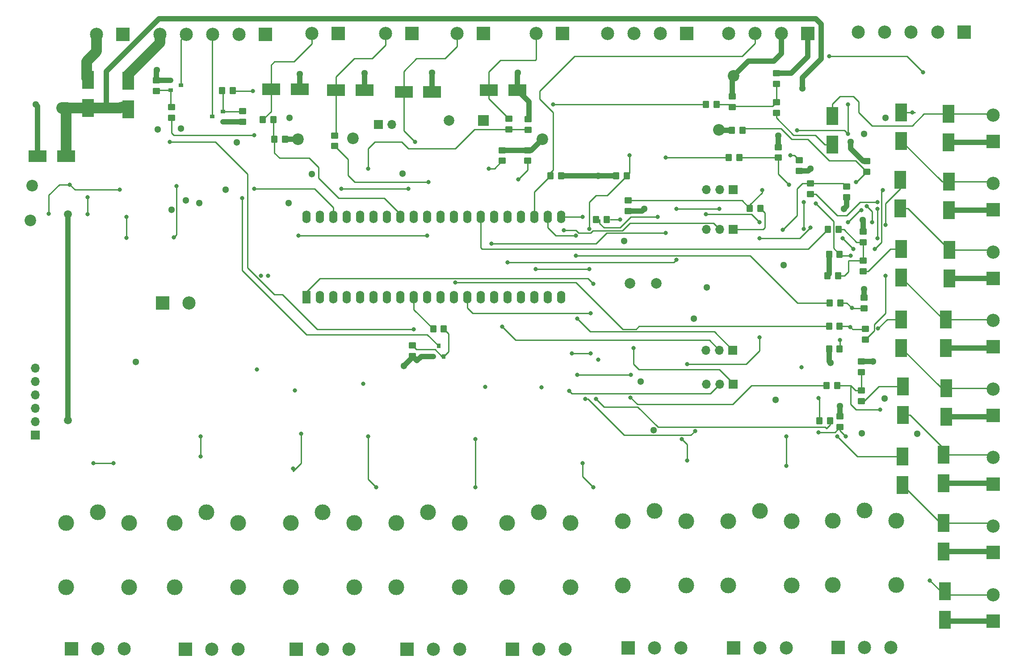
<source format=gbl>
%TF.GenerationSoftware,KiCad,Pcbnew,(6.0.0)*%
%TF.CreationDate,2022-03-03T21:09:28+01:00*%
%TF.ProjectId,automate,6175746f-6d61-4746-952e-6b696361645f,rev?*%
%TF.SameCoordinates,Original*%
%TF.FileFunction,Copper,L4,Bot*%
%TF.FilePolarity,Positive*%
%FSLAX46Y46*%
G04 Gerber Fmt 4.6, Leading zero omitted, Abs format (unit mm)*
G04 Created by KiCad (PCBNEW (6.0.0)) date 2022-03-03 21:09:28*
%MOMM*%
%LPD*%
G01*
G04 APERTURE LIST*
G04 Aperture macros list*
%AMRoundRect*
0 Rectangle with rounded corners*
0 $1 Rounding radius*
0 $2 $3 $4 $5 $6 $7 $8 $9 X,Y pos of 4 corners*
0 Add a 4 corners polygon primitive as box body*
4,1,4,$2,$3,$4,$5,$6,$7,$8,$9,$2,$3,0*
0 Add four circle primitives for the rounded corners*
1,1,$1+$1,$2,$3*
1,1,$1+$1,$4,$5*
1,1,$1+$1,$6,$7*
1,1,$1+$1,$8,$9*
0 Add four rect primitives between the rounded corners*
20,1,$1+$1,$2,$3,$4,$5,0*
20,1,$1+$1,$4,$5,$6,$7,0*
20,1,$1+$1,$6,$7,$8,$9,0*
20,1,$1+$1,$8,$9,$2,$3,0*%
G04 Aperture macros list end*
%TA.AperFunction,ComponentPad*%
%ADD10R,2.500000X2.500000*%
%TD*%
%TA.AperFunction,ComponentPad*%
%ADD11C,2.500000*%
%TD*%
%TA.AperFunction,ComponentPad*%
%ADD12O,1.600000X2.400000*%
%TD*%
%TA.AperFunction,ComponentPad*%
%ADD13R,1.600000X2.400000*%
%TD*%
%TA.AperFunction,ComponentPad*%
%ADD14C,3.000000*%
%TD*%
%TA.AperFunction,ComponentPad*%
%ADD15R,1.700000X1.700000*%
%TD*%
%TA.AperFunction,ComponentPad*%
%ADD16O,1.700000X1.700000*%
%TD*%
%TA.AperFunction,ComponentPad*%
%ADD17C,2.000000*%
%TD*%
%TA.AperFunction,ComponentPad*%
%ADD18R,2.000000X2.000000*%
%TD*%
%TA.AperFunction,SMDPad,CuDef*%
%ADD19RoundRect,0.249999X0.450001X-0.350001X0.450001X0.350001X-0.450001X0.350001X-0.450001X-0.350001X0*%
%TD*%
%TA.AperFunction,SMDPad,CuDef*%
%ADD20R,3.500000X2.300000*%
%TD*%
%TA.AperFunction,SMDPad,CuDef*%
%ADD21R,2.300000X3.500000*%
%TD*%
%TA.AperFunction,SMDPad,CuDef*%
%ADD22RoundRect,0.249999X-0.450001X0.350001X-0.450001X-0.350001X0.450001X-0.350001X0.450001X0.350001X0*%
%TD*%
%TA.AperFunction,SMDPad,CuDef*%
%ADD23RoundRect,0.249999X0.350001X0.450001X-0.350001X0.450001X-0.350001X-0.450001X0.350001X-0.450001X0*%
%TD*%
%TA.AperFunction,SMDPad,CuDef*%
%ADD24RoundRect,0.249999X-0.350001X-0.450001X0.350001X-0.450001X0.350001X0.450001X-0.350001X0.450001X0*%
%TD*%
%TA.AperFunction,SMDPad,CuDef*%
%ADD25R,0.900000X0.800000*%
%TD*%
%TA.AperFunction,SMDPad,CuDef*%
%ADD26R,0.800000X0.900000*%
%TD*%
%TA.AperFunction,SMDPad,CuDef*%
%ADD27RoundRect,0.250000X-0.350000X-0.450000X0.350000X-0.450000X0.350000X0.450000X-0.350000X0.450000X0*%
%TD*%
%TA.AperFunction,SMDPad,CuDef*%
%ADD28RoundRect,0.250000X0.350000X0.450000X-0.350000X0.450000X-0.350000X-0.450000X0.350000X-0.450000X0*%
%TD*%
%TA.AperFunction,ViaPad*%
%ADD29C,1.300000*%
%TD*%
%TA.AperFunction,ViaPad*%
%ADD30C,0.800000*%
%TD*%
%TA.AperFunction,ViaPad*%
%ADD31C,2.200000*%
%TD*%
%TA.AperFunction,ViaPad*%
%ADD32C,1.500000*%
%TD*%
%TA.AperFunction,Conductor*%
%ADD33C,0.250000*%
%TD*%
%TA.AperFunction,Conductor*%
%ADD34C,1.000000*%
%TD*%
%TA.AperFunction,Conductor*%
%ADD35C,2.000000*%
%TD*%
G04 APERTURE END LIST*
D10*
%TO.P,J1,1,Pin_1*%
%TO.N,GND*%
X70418400Y-43080800D03*
D11*
%TO.P,J1,2,Pin_2*%
%TO.N,Net-(D1-Pad1)*%
X65418400Y-43080800D03*
%TD*%
D10*
%TO.P,J3,1,Pin_1*%
%TO.N,GND*%
X200200000Y-42900000D03*
D11*
%TO.P,J3,2,Pin_2*%
%TO.N,VCC*%
X195200000Y-42900000D03*
%TO.P,J3,3,Pin_3*%
%TO.N,Net-(J3-Pad3)*%
X190200000Y-42900000D03*
%TO.P,J3,4,Pin_4*%
%TO.N,Net-(J3-Pad4)*%
X185200000Y-42900000D03*
%TD*%
D10*
%TO.P,J4,1,Pin_1*%
%TO.N,GND*%
X177200000Y-42900000D03*
D11*
%TO.P,J4,2,Pin_2*%
%TO.N,VCC*%
X172200000Y-42900000D03*
%TO.P,J4,3,Pin_3*%
%TO.N,Net-(J4-Pad3)*%
X167200000Y-42900000D03*
%TO.P,J4,4,Pin_4*%
%TO.N,Net-(J4-Pad4)*%
X162200000Y-42900000D03*
%TD*%
D10*
%TO.P,J5,1,Pin_1*%
%TO.N,Net-(J5-Pad1)*%
X60600000Y-159700000D03*
D11*
%TO.P,J5,2,Pin_2*%
%TO.N,Net-(J5-Pad2)*%
X65600000Y-159700000D03*
%TO.P,J5,3,Pin_3*%
%TO.N,Net-(J5-Pad3)*%
X70600000Y-159700000D03*
%TD*%
D10*
%TO.P,J6,1,Pin_1*%
%TO.N,Net-(J6-Pad1)*%
X82200000Y-159800000D03*
D11*
%TO.P,J6,2,Pin_2*%
%TO.N,Net-(J6-Pad2)*%
X87200000Y-159800000D03*
%TO.P,J6,3,Pin_3*%
%TO.N,Net-(J6-Pad3)*%
X92200000Y-159800000D03*
%TD*%
D10*
%TO.P,J7,1,Pin_1*%
%TO.N,Net-(J7-Pad1)*%
X103200000Y-159800000D03*
D11*
%TO.P,J7,2,Pin_2*%
%TO.N,Net-(J7-Pad2)*%
X108200000Y-159800000D03*
%TO.P,J7,3,Pin_3*%
%TO.N,Net-(J7-Pad3)*%
X113200000Y-159800000D03*
%TD*%
D10*
%TO.P,J8,1,Pin_1*%
%TO.N,Net-(J8-Pad1)*%
X124200000Y-159800000D03*
D11*
%TO.P,J8,2,Pin_2*%
%TO.N,Net-(J8-Pad2)*%
X129200000Y-159800000D03*
%TO.P,J8,3,Pin_3*%
%TO.N,Net-(J8-Pad3)*%
X134200000Y-159800000D03*
%TD*%
D10*
%TO.P,J9,1,Pin_1*%
%TO.N,Net-(J9-Pad1)*%
X144200000Y-159800000D03*
D11*
%TO.P,J9,2,Pin_2*%
%TO.N,Net-(J9-Pad2)*%
X149200000Y-159800000D03*
%TO.P,J9,3,Pin_3*%
%TO.N,Net-(J9-Pad3)*%
X154200000Y-159800000D03*
%TD*%
D10*
%TO.P,J10,1,Pin_1*%
%TO.N,Net-(J10-Pad1)*%
X166100000Y-159500000D03*
D11*
%TO.P,J10,2,Pin_2*%
%TO.N,Net-(J10-Pad2)*%
X171100000Y-159500000D03*
%TO.P,J10,3,Pin_3*%
%TO.N,Net-(J10-Pad3)*%
X176100000Y-159500000D03*
%TD*%
D10*
%TO.P,J11,1,Pin_1*%
%TO.N,Net-(J11-Pad1)*%
X186100000Y-159500000D03*
D11*
%TO.P,J11,2,Pin_2*%
%TO.N,Net-(J11-Pad2)*%
X191100000Y-159500000D03*
%TO.P,J11,3,Pin_3*%
%TO.N,Net-(J11-Pad3)*%
X196100000Y-159500000D03*
%TD*%
D10*
%TO.P,J12,1,Pin_1*%
%TO.N,Net-(J12-Pad1)*%
X205900000Y-159400000D03*
D11*
%TO.P,J12,2,Pin_2*%
%TO.N,Net-(J12-Pad2)*%
X210900000Y-159400000D03*
%TO.P,J12,3,Pin_3*%
%TO.N,Net-(J12-Pad3)*%
X215900000Y-159400000D03*
%TD*%
D10*
%TO.P,J13,1,Pin_1*%
%TO.N,GND*%
X235300000Y-154400000D03*
D11*
%TO.P,J13,2,Pin_2*%
%TO.N,Net-(D23-Pad1)*%
X235300000Y-149400000D03*
%TD*%
D10*
%TO.P,J14,1,Pin_1*%
%TO.N,GND*%
X235300000Y-141400000D03*
D11*
%TO.P,J14,2,Pin_2*%
%TO.N,Net-(D24-Pad1)*%
X235300000Y-136400000D03*
%TD*%
D10*
%TO.P,J15,1,Pin_1*%
%TO.N,GND*%
X235300000Y-128400000D03*
D11*
%TO.P,J15,2,Pin_2*%
%TO.N,Net-(D25-Pad1)*%
X235300000Y-123400000D03*
%TD*%
D10*
%TO.P,J16,1,Pin_1*%
%TO.N,GND*%
X235300000Y-115400000D03*
D11*
%TO.P,J16,2,Pin_2*%
%TO.N,Net-(D26-Pad1)*%
X235300000Y-110400000D03*
%TD*%
D10*
%TO.P,J17,1,Pin_1*%
%TO.N,GND*%
X235300000Y-102400000D03*
D11*
%TO.P,J17,2,Pin_2*%
%TO.N,Net-(D31-Pad1)*%
X235300000Y-97400000D03*
%TD*%
D10*
%TO.P,J18,1,Pin_1*%
%TO.N,GND*%
X235300000Y-89400000D03*
D11*
%TO.P,J18,2,Pin_2*%
%TO.N,Net-(D32-Pad1)*%
X235300000Y-84400000D03*
%TD*%
D10*
%TO.P,J19,1,Pin_1*%
%TO.N,GND*%
X235300000Y-76400000D03*
D11*
%TO.P,J19,2,Pin_2*%
%TO.N,Net-(D33-Pad1)*%
X235300000Y-71400000D03*
%TD*%
D10*
%TO.P,J20,1,Pin_1*%
%TO.N,GND*%
X235300000Y-63400000D03*
D11*
%TO.P,J20,2,Pin_2*%
%TO.N,Net-(D34-Pad1)*%
X235300000Y-58400000D03*
%TD*%
D10*
%TO.P,J21,1,Pin_1*%
%TO.N,GND*%
X111190000Y-42950000D03*
D11*
%TO.P,J21,2,Pin_2*%
%TO.N,Net-(D39-Pad1)*%
X106190000Y-42950000D03*
%TD*%
D10*
%TO.P,J22,1,Pin_1*%
%TO.N,GND*%
X125190000Y-42950000D03*
D11*
%TO.P,J22,2,Pin_2*%
%TO.N,Net-(D40-Pad1)*%
X120190000Y-42950000D03*
%TD*%
D10*
%TO.P,J23,1,Pin_1*%
%TO.N,GND*%
X138690000Y-42950000D03*
D11*
%TO.P,J23,2,Pin_2*%
%TO.N,Net-(D41-Pad1)*%
X133690000Y-42950000D03*
%TD*%
D10*
%TO.P,J24,1,Pin_1*%
%TO.N,GND*%
X153690000Y-42950000D03*
D11*
%TO.P,J24,2,Pin_2*%
%TO.N,Net-(D42-Pad1)*%
X148690000Y-42950000D03*
%TD*%
D10*
%TO.P,J25,1,Pin_1*%
%TO.N,Net-(J25-Pad1)*%
X97418400Y-43080800D03*
D11*
%TO.P,J25,2,Pin_2*%
%TO.N,Net-(J25-Pad2)*%
X92418400Y-43080800D03*
%TO.P,J25,3,Pin_3*%
%TO.N,Net-(J25-Pad3)*%
X87418400Y-43080800D03*
%TO.P,J25,4,Pin_4*%
%TO.N,Net-(J25-Pad4)*%
X82418400Y-43080800D03*
%TO.P,J25,5,Pin_5*%
%TO.N,Net-(D13-Pad2)*%
X77418400Y-43080800D03*
%TD*%
D12*
%TO.P,U2,40,RB7/ICSPDAT/ICDDAT/SEG13*%
%TO.N,Net-(J2-Pad4)*%
X105175000Y-77760000D03*
%TO.P,U2,39,RB6/ICSPCLK/ICDCLK/SEG14*%
%TO.N,Net-(J2-Pad5)*%
X107715000Y-77760000D03*
%TO.P,U2,38,RB5/AN13/CPS5/CCP3/P3A/T1G/COM1*%
%TO.N,C1*%
X110255000Y-77760000D03*
%TO.P,U2,37,RB4/AN11/CPS4/COM0*%
%TO.N,Net-(R74-Pad2)*%
X112795000Y-77760000D03*
%TO.P,U2,36,RB3/AN9/C12IN2-/CPS3/CCP2/P2A/VLCD3*%
%TO.N,AN4*%
X115335000Y-77760000D03*
%TO.P,U2,35,RB2/AN8/CPS2/VLCD2*%
%TO.N,AN3*%
X117875000Y-77760000D03*
%TO.P,U2,34,RB1/AN10/C12IN3-/CPS1/VLCD1*%
%TO.N,AN2*%
X120415000Y-77760000D03*
%TO.P,U2,33,RB0/AN12/CPS0/SRI/INT/SEG0*%
%TO.N,AN1*%
X122955000Y-77760000D03*
%TO.P,U2,32,VDD*%
%TO.N,VCC*%
X125495000Y-77760000D03*
%TO.P,U2,31,VSS*%
%TO.N,GND*%
X128035000Y-77760000D03*
%TO.P,U2,30,SEG20/P1D/CPS15/RD7*%
%TO.N,IN8*%
X130575000Y-77760000D03*
%TO.P,U2,29,SEG19/P1C/CPS14/RD6*%
%TO.N,IN7*%
X133115000Y-77760000D03*
%TO.P,U2,28,SEG18/P1B/CPS13/RD5*%
%TO.N,IN6*%
X135655000Y-77760000D03*
%TO.P,U2,27,SEG17/P2D/CPS12/RD4*%
%TO.N,IN5*%
X138195000Y-77760000D03*
%TO.P,U2,26,SEG8/DT/RX/RC7*%
%TO.N,Net-(J4-Pad4)*%
X140735000Y-77760000D03*
%TO.P,U2,25,SEG9/CK/TX/RC6*%
%TO.N,Net-(J4-Pad3)*%
X143275000Y-77760000D03*
%TO.P,U2,24,SEG10/SDO/RC5*%
%TO.N,GPIO4*%
X145815000Y-77760000D03*
%TO.P,U2,23,SEG11/T1G/SDA/SDI/RC4*%
%TO.N,Net-(J3-Pad3)*%
X148355000Y-77760000D03*
%TO.P,U2,22,SEG16/P2C/CPS11/RD3*%
%TO.N,IN4*%
X150895000Y-77760000D03*
%TO.P,U2,21,P2B/CPS10/RD2*%
%TO.N,IN3*%
X153435000Y-77760000D03*
%TO.P,U2,20,CCP4/CPS9/RD1*%
%TO.N,IN2*%
X153435000Y-93000000D03*
%TO.P,U2,19,COM3/CPS8/RD0*%
%TO.N,IN1*%
X150895000Y-93000000D03*
%TO.P,U2,18,SEG6/SCLK/SCL/RC3*%
%TO.N,Net-(J3-Pad4)*%
X148355000Y-93000000D03*
%TO.P,U2,17,SEG3/P1A/CCP1/RC2*%
%TO.N,GPIO3*%
X145815000Y-93000000D03*
%TO.P,U2,16,P2A/CCP2/T1OSI/RC1*%
%TO.N,GPIO2*%
X143275000Y-93000000D03*
%TO.P,U2,15,P2B/T1CKI/T1OSO/RC0*%
%TO.N,GPIO1*%
X140735000Y-93000000D03*
%TO.P,U2,14,RA6/OSC2/CLKOUT/VCAP/SEG1*%
%TO.N,Rel7*%
X138195000Y-93000000D03*
%TO.P,U2,13,RA7/OSC1/CLKIN/SEG2*%
%TO.N,Rel8*%
X135655000Y-93000000D03*
%TO.P,U2,12,VSS*%
%TO.N,GND*%
X133115000Y-93000000D03*
%TO.P,U2,11,VDD*%
%TO.N,VCC*%
X130575000Y-93000000D03*
%TO.P,U2,10,SEG23/CCP5/AN7/RE2*%
%TO.N,C2*%
X128035000Y-93000000D03*
%TO.P,U2,9,SEG22/P3B/AN6/RE1*%
%TO.N,C3*%
X125495000Y-93000000D03*
%TO.P,U2,8,SEG21/P3A/CCP3/AN5/RE0*%
%TO.N,C4*%
X122955000Y-93000000D03*
%TO.P,U2,7,RA5/AN4/C2OUT/CPS7/SRNQ/SS/VCAP/SEG5*%
%TO.N,Rel6*%
X120415000Y-93000000D03*
%TO.P,U2,6,RA4/C1OUT/CPS6/T0CKI/SRQ/SEG4*%
%TO.N,Rel5*%
X117875000Y-93000000D03*
%TO.P,U2,5,RA3/AN3/C1IN+/Vref+/SEG15*%
%TO.N,Rel4*%
X115335000Y-93000000D03*
%TO.P,U2,4,RA2/AN2/C2IN+/Vref-/DACOUT/COM2*%
%TO.N,Rel3*%
X112795000Y-93000000D03*
%TO.P,U2,3,RA1/AN1/C12IN1-/SEG7*%
%TO.N,Rel2*%
X110255000Y-93000000D03*
%TO.P,U2,2,RA0/AN0/C12IN0-/C2OUT/SRNQ/SS/VCAP/SEG12*%
%TO.N,Rel1*%
X107715000Y-93000000D03*
D13*
%TO.P,U2,1,RE3/MCLR/Vpp*%
%TO.N,/Logique/Vpp*%
X105175000Y-93000000D03*
%TD*%
D14*
%TO.P,K1,11*%
%TO.N,Net-(J5-Pad2)*%
X65600000Y-133800000D03*
%TO.P,K1,12*%
%TO.N,Net-(J5-Pad3)*%
X71600000Y-148000000D03*
%TO.P,K1,14*%
%TO.N,Net-(J5-Pad1)*%
X59600000Y-148000000D03*
%TO.P,K1,A1*%
%TO.N,+12V*%
X71600000Y-135800000D03*
%TO.P,K1,A2*%
%TO.N,Net-(D7-Pad1)*%
X59600000Y-135800000D03*
%TD*%
%TO.P,K2,11*%
%TO.N,Net-(J6-Pad2)*%
X86200000Y-133800000D03*
%TO.P,K2,12*%
%TO.N,Net-(J6-Pad3)*%
X92200000Y-148000000D03*
%TO.P,K2,14*%
%TO.N,Net-(J6-Pad1)*%
X80200000Y-148000000D03*
%TO.P,K2,A1*%
%TO.N,+12V*%
X92200000Y-135800000D03*
%TO.P,K2,A2*%
%TO.N,Net-(D9-Pad1)*%
X80200000Y-135800000D03*
%TD*%
%TO.P,K3,11*%
%TO.N,Net-(J7-Pad2)*%
X108200000Y-133800000D03*
%TO.P,K3,12*%
%TO.N,Net-(J7-Pad3)*%
X114200000Y-148000000D03*
%TO.P,K3,14*%
%TO.N,Net-(J7-Pad1)*%
X102200000Y-148000000D03*
%TO.P,K3,A1*%
%TO.N,+12V*%
X114200000Y-135800000D03*
%TO.P,K3,A2*%
%TO.N,Net-(D11-Pad1)*%
X102200000Y-135800000D03*
%TD*%
%TO.P,K4,11*%
%TO.N,Net-(J8-Pad2)*%
X128200000Y-133800000D03*
%TO.P,K4,12*%
%TO.N,Net-(J8-Pad3)*%
X134200000Y-148000000D03*
%TO.P,K4,14*%
%TO.N,Net-(J8-Pad1)*%
X122200000Y-148000000D03*
%TO.P,K4,A1*%
%TO.N,+12V*%
X134200000Y-135800000D03*
%TO.P,K4,A2*%
%TO.N,Net-(D14-Pad1)*%
X122200000Y-135800000D03*
%TD*%
%TO.P,K5,11*%
%TO.N,Net-(J9-Pad2)*%
X149200000Y-133800000D03*
%TO.P,K5,12*%
%TO.N,Net-(J9-Pad3)*%
X155200000Y-148000000D03*
%TO.P,K5,14*%
%TO.N,Net-(J9-Pad1)*%
X143200000Y-148000000D03*
%TO.P,K5,A1*%
%TO.N,+12V*%
X155200000Y-135800000D03*
%TO.P,K5,A2*%
%TO.N,Net-(D16-Pad1)*%
X143200000Y-135800000D03*
%TD*%
%TO.P,K6,11*%
%TO.N,Net-(J10-Pad2)*%
X171100000Y-133500000D03*
%TO.P,K6,12*%
%TO.N,Net-(J10-Pad3)*%
X177100000Y-147700000D03*
%TO.P,K6,14*%
%TO.N,Net-(J10-Pad1)*%
X165100000Y-147700000D03*
%TO.P,K6,A1*%
%TO.N,+12V*%
X177100000Y-135500000D03*
%TO.P,K6,A2*%
%TO.N,Net-(D18-Pad1)*%
X165100000Y-135500000D03*
%TD*%
%TO.P,K7,11*%
%TO.N,Net-(J11-Pad2)*%
X191100000Y-133500000D03*
%TO.P,K7,12*%
%TO.N,Net-(J11-Pad3)*%
X197100000Y-147700000D03*
%TO.P,K7,14*%
%TO.N,Net-(J11-Pad1)*%
X185100000Y-147700000D03*
%TO.P,K7,A1*%
%TO.N,+12V*%
X197100000Y-135500000D03*
%TO.P,K7,A2*%
%TO.N,Net-(D20-Pad1)*%
X185100000Y-135500000D03*
%TD*%
%TO.P,K8,11*%
%TO.N,Net-(J12-Pad2)*%
X210900000Y-133400000D03*
%TO.P,K8,12*%
%TO.N,Net-(J12-Pad3)*%
X216900000Y-147600000D03*
%TO.P,K8,14*%
%TO.N,Net-(J12-Pad1)*%
X204900000Y-147600000D03*
%TO.P,K8,A1*%
%TO.N,+12V*%
X216900000Y-135400000D03*
%TO.P,K8,A2*%
%TO.N,Net-(D22-Pad1)*%
X204900000Y-135400000D03*
%TD*%
D10*
%TO.P,J26,1,Pin_1*%
%TO.N,Net-(D50-Pad1)*%
X229770000Y-42650000D03*
D11*
%TO.P,J26,2,Pin_2*%
%TO.N,Net-(D49-Pad1)*%
X224770000Y-42650000D03*
%TO.P,J26,3,Pin_3*%
%TO.N,Net-(D44-Pad2)*%
X219770000Y-42650000D03*
%TO.P,J26,4,Pin_4*%
%TO.N,Net-(D45-Pad2)*%
X214770000Y-42650000D03*
%TO.P,J26,5,Pin_5*%
%TO.N,Net-(D48-Pad2)*%
X209770000Y-42650000D03*
%TD*%
D15*
%TO.P,JP1,1,1*%
%TO.N,Net-(D43-Pad1)*%
X118825000Y-60200000D03*
D16*
%TO.P,JP1,2,2*%
%TO.N,Net-(BZ1-Pad2)*%
X121365000Y-60200000D03*
%TD*%
D15*
%TO.P,JP2,1,1*%
%TO.N,Net-(JP2-Pad1)*%
X186000000Y-109500000D03*
D16*
%TO.P,JP2,2,2*%
%TO.N,GPIO3*%
X183460000Y-109500000D03*
%TO.P,JP2,3,3*%
%TO.N,Net-(JP2-Pad3)*%
X180920000Y-109500000D03*
%TD*%
D15*
%TO.P,JP3,1,1*%
%TO.N,Net-(JP3-Pad1)*%
X186040000Y-80055000D03*
D16*
%TO.P,JP3,2,2*%
%TO.N,GPIO4*%
X183500000Y-80055000D03*
%TO.P,JP3,3,3*%
%TO.N,Net-(JP3-Pad3)*%
X180960000Y-80055000D03*
%TD*%
D15*
%TO.P,JP4,1,1*%
%TO.N,Net-(JP4-Pad1)*%
X185975000Y-103000000D03*
D16*
%TO.P,JP4,2,2*%
%TO.N,GPIO1*%
X183435000Y-103000000D03*
%TO.P,JP4,3,3*%
%TO.N,Net-(JP4-Pad3)*%
X180895000Y-103000000D03*
%TD*%
D15*
%TO.P,JP5,1,1*%
%TO.N,Net-(JP5-Pad1)*%
X186040000Y-72555000D03*
D16*
%TO.P,JP5,2,2*%
%TO.N,GPIO2*%
X183500000Y-72555000D03*
%TO.P,JP5,3,3*%
%TO.N,Net-(JP5-Pad3)*%
X180960000Y-72555000D03*
%TD*%
D17*
%TO.P,SW1,1,1*%
%TO.N,GND*%
X171500000Y-90300000D03*
%TO.P,SW1,2,2*%
%TO.N,/Logique/Vpp*%
X166500000Y-90300000D03*
%TD*%
D10*
%TO.P,J27,1,Pin_1*%
%TO.N,GND*%
X77915000Y-94100000D03*
D11*
%TO.P,J27,2,Pin_2*%
%TO.N,VCC*%
X82915000Y-94100000D03*
%TD*%
D18*
%TO.P,BZ2,1,-*%
%TO.N,Net-(BZ1-Pad1)*%
X138700000Y-59400000D03*
D17*
%TO.P,BZ2,2,+*%
%TO.N,Net-(BZ1-Pad2)*%
X132200000Y-59400000D03*
%TD*%
D15*
%TO.P,J2,1,Pin_1*%
%TO.N,/Logique/Vpp*%
X53800000Y-119150000D03*
D16*
%TO.P,J2,2,Pin_2*%
%TO.N,VCC*%
X53800000Y-116610000D03*
%TO.P,J2,3,Pin_3*%
%TO.N,GND*%
X53800000Y-114070000D03*
%TO.P,J2,4,Pin_4*%
%TO.N,Net-(J2-Pad4)*%
X53800000Y-111530000D03*
%TO.P,J2,5,Pin_5*%
%TO.N,Net-(J2-Pad5)*%
X53800000Y-108990000D03*
%TO.P,J2,6,Pin_6*%
%TO.N,unconnected-(J2-Pad6)*%
X53800000Y-106450000D03*
%TD*%
D19*
%TO.P,C10,1*%
%TO.N,Net-(C10-Pad1)*%
X206300000Y-117600000D03*
%TO.P,C10,2*%
%TO.N,GND*%
X206300000Y-115600000D03*
%TD*%
%TO.P,C11,1*%
%TO.N,Net-(C11-Pad1)*%
X210312000Y-107170800D03*
%TO.P,C11,2*%
%TO.N,GND*%
X210312000Y-105170800D03*
%TD*%
%TO.P,C12,1*%
%TO.N,Net-(C12-Pad1)*%
X210847200Y-95070800D03*
%TO.P,C12,2*%
%TO.N,GND*%
X210847200Y-93070800D03*
%TD*%
%TO.P,C13,1*%
%TO.N,Net-(C13-Pad1)*%
X210701020Y-82540600D03*
%TO.P,C13,2*%
%TO.N,GND*%
X210701020Y-80540600D03*
%TD*%
%TO.P,C14,1*%
%TO.N,Net-(C14-Pad1)*%
X211347200Y-69170800D03*
%TO.P,C14,2*%
%TO.N,GND*%
X211347200Y-67170800D03*
%TD*%
%TO.P,C15,1*%
%TO.N,Net-(C15-Pad1)*%
X194600000Y-66500000D03*
%TO.P,C15,2*%
%TO.N,GND*%
X194600000Y-64500000D03*
%TD*%
%TO.P,C16,1*%
%TO.N,Net-(C16-Pad1)*%
X194247200Y-52470800D03*
%TO.P,C16,2*%
%TO.N,GND*%
X194247200Y-50470800D03*
%TD*%
D20*
%TO.P,D2,1,A1*%
%TO.N,+12V*%
X59600000Y-66200000D03*
%TO.P,D2,2,A2*%
%TO.N,GND*%
X54200000Y-66200000D03*
%TD*%
D21*
%TO.P,D23,1,A1*%
%TO.N,Net-(D23-Pad1)*%
X226200000Y-148760000D03*
%TO.P,D23,2,A2*%
%TO.N,GND*%
X226200000Y-154160000D03*
%TD*%
%TO.P,D24,1,A1*%
%TO.N,Net-(D24-Pad1)*%
X225947200Y-135830800D03*
%TO.P,D24,2,A2*%
%TO.N,GND*%
X225947200Y-141230800D03*
%TD*%
%TO.P,D25,1,A1*%
%TO.N,Net-(D25-Pad1)*%
X225947200Y-122830800D03*
%TO.P,D25,2,A2*%
%TO.N,GND*%
X225947200Y-128230800D03*
%TD*%
%TO.P,D26,1,A1*%
%TO.N,Net-(D26-Pad1)*%
X226447200Y-110230800D03*
%TO.P,D26,2,A2*%
%TO.N,GND*%
X226447200Y-115630800D03*
%TD*%
%TO.P,D31,1,A1*%
%TO.N,Net-(D31-Pad1)*%
X226301020Y-97200600D03*
%TO.P,D31,2,A2*%
%TO.N,GND*%
X226301020Y-102600600D03*
%TD*%
%TO.P,D32,1,A1*%
%TO.N,Net-(D32-Pad1)*%
X227000000Y-84000000D03*
%TO.P,D32,2,A2*%
%TO.N,GND*%
X227000000Y-89400000D03*
%TD*%
%TO.P,D33,1,A1*%
%TO.N,Net-(D33-Pad1)*%
X226947200Y-71030800D03*
%TO.P,D33,2,A2*%
%TO.N,GND*%
X226947200Y-76430800D03*
%TD*%
%TO.P,D34,1,A1*%
%TO.N,Net-(D34-Pad1)*%
X226800000Y-58200000D03*
%TO.P,D34,2,A2*%
%TO.N,GND*%
X226800000Y-63600000D03*
%TD*%
D20*
%TO.P,D39,1,A1*%
%TO.N,Net-(D39-Pad1)*%
X98500000Y-53500000D03*
%TO.P,D39,2,A2*%
%TO.N,GND*%
X103900000Y-53500000D03*
%TD*%
%TO.P,D40,1,A1*%
%TO.N,Net-(D40-Pad1)*%
X110800000Y-53700000D03*
%TO.P,D40,2,A2*%
%TO.N,GND*%
X116200000Y-53700000D03*
%TD*%
%TO.P,D41,1,A1*%
%TO.N,Net-(D41-Pad1)*%
X123600000Y-54000000D03*
%TO.P,D41,2,A2*%
%TO.N,GND*%
X129000000Y-54000000D03*
%TD*%
%TO.P,D42,1,A1*%
%TO.N,Net-(D42-Pad1)*%
X139700000Y-53700000D03*
%TO.P,D42,2,A2*%
%TO.N,GND*%
X145100000Y-53700000D03*
%TD*%
D22*
%TO.P,R33,1*%
%TO.N,Net-(C11-Pad1)*%
X210312000Y-110670800D03*
%TO.P,R33,2*%
%TO.N,Net-(D29-Pad1)*%
X210312000Y-112670800D03*
%TD*%
D23*
%TO.P,R38,1*%
%TO.N,Net-(C12-Pad1)*%
X206200000Y-102800000D03*
%TO.P,R38,2*%
%TO.N,VCC*%
X204200000Y-102800000D03*
%TD*%
%TO.P,R39,1*%
%TO.N,IN1*%
X204400000Y-116400000D03*
%TO.P,R39,2*%
%TO.N,Net-(C9-Pad1)*%
X202400000Y-116400000D03*
%TD*%
D24*
%TO.P,R41,1*%
%TO.N,IN2*%
X203724000Y-109728000D03*
%TO.P,R41,2*%
%TO.N,Net-(C11-Pad1)*%
X205724000Y-109728000D03*
%TD*%
%TO.P,R42,1*%
%TO.N,IN4*%
X204347200Y-94070800D03*
%TO.P,R42,2*%
%TO.N,Net-(C12-Pad1)*%
X206347200Y-94070800D03*
%TD*%
D22*
%TO.P,R43,1*%
%TO.N,Net-(C13-Pad1)*%
X210701020Y-86040600D03*
%TO.P,R43,2*%
%TO.N,Net-(D35-Pad1)*%
X210701020Y-88040600D03*
%TD*%
%TO.P,R44,1*%
%TO.N,Net-(C14-Pad1)*%
X211100000Y-99000000D03*
%TO.P,R44,2*%
%TO.N,Net-(D36-Pad1)*%
X211100000Y-101000000D03*
%TD*%
%TO.P,R46,1*%
%TO.N,Net-(C16-Pad1)*%
X194247200Y-55970800D03*
%TO.P,R46,2*%
%TO.N,Net-(D38-Pad1)*%
X194247200Y-57970800D03*
%TD*%
D23*
%TO.P,R47,1*%
%TO.N,Net-(C13-Pad1)*%
X205900000Y-88900000D03*
%TO.P,R47,2*%
%TO.N,VCC*%
X203900000Y-88900000D03*
%TD*%
%TO.P,R48,1*%
%TO.N,Net-(C14-Pad1)*%
X187800000Y-61300000D03*
%TO.P,R48,2*%
%TO.N,VCC*%
X185800000Y-61300000D03*
%TD*%
%TO.P,R49,1*%
%TO.N,Net-(C15-Pad1)*%
X206200000Y-84800000D03*
%TO.P,R49,2*%
%TO.N,VCC*%
X204200000Y-84800000D03*
%TD*%
D19*
%TO.P,R50,1*%
%TO.N,Net-(C16-Pad1)*%
X185900000Y-56900000D03*
%TO.P,R50,2*%
%TO.N,VCC*%
X185900000Y-54900000D03*
%TD*%
D24*
%TO.P,R51,1*%
%TO.N,IN5*%
X204000000Y-80100000D03*
%TO.P,R51,2*%
%TO.N,Net-(C13-Pad1)*%
X206000000Y-80100000D03*
%TD*%
%TO.P,R52,1*%
%TO.N,IN7*%
X204200000Y-98500000D03*
%TO.P,R52,2*%
%TO.N,Net-(C14-Pad1)*%
X206200000Y-98500000D03*
%TD*%
%TO.P,R53,1*%
%TO.N,IN6*%
X185200000Y-66500000D03*
%TO.P,R53,2*%
%TO.N,Net-(C15-Pad1)*%
X187200000Y-66500000D03*
%TD*%
%TO.P,R54,1*%
%TO.N,IN8*%
X180900000Y-56400000D03*
%TO.P,R54,2*%
%TO.N,Net-(C16-Pad1)*%
X182900000Y-56400000D03*
%TD*%
D23*
%TO.P,R55,1*%
%TO.N,AN1*%
X98915000Y-59300000D03*
%TO.P,R55,2*%
%TO.N,Net-(D39-Pad1)*%
X96915000Y-59300000D03*
%TD*%
D19*
%TO.P,R56,1*%
%TO.N,AN2*%
X110500000Y-64300000D03*
%TO.P,R56,2*%
%TO.N,Net-(D40-Pad1)*%
X110500000Y-62300000D03*
%TD*%
D24*
%TO.P,R57,1*%
%TO.N,AN1*%
X99115000Y-63000000D03*
%TO.P,R57,2*%
%TO.N,GND*%
X101115000Y-63000000D03*
%TD*%
D19*
%TO.P,R58,1*%
%TO.N,AN2*%
X147100000Y-67100000D03*
%TO.P,R58,2*%
%TO.N,GND*%
X147100000Y-65100000D03*
%TD*%
%TO.P,R60,1*%
%TO.N,AN4*%
X143500000Y-61100000D03*
%TO.P,R60,2*%
%TO.N,Net-(D42-Pad1)*%
X143500000Y-59100000D03*
%TD*%
%TO.P,R61,1*%
%TO.N,AN3*%
X142300000Y-67100000D03*
%TO.P,R61,2*%
%TO.N,GND*%
X142300000Y-65100000D03*
%TD*%
%TO.P,R62,1*%
%TO.N,AN4*%
X147200000Y-61200000D03*
%TO.P,R62,2*%
%TO.N,GND*%
X147200000Y-59200000D03*
%TD*%
D24*
%TO.P,R63,1*%
%TO.N,Net-(Q9-Pad2)*%
X89200000Y-53800000D03*
%TO.P,R63,2*%
%TO.N,C2*%
X91200000Y-53800000D03*
%TD*%
D22*
%TO.P,R64,1*%
%TO.N,Net-(Q10-Pad2)*%
X79600000Y-56900000D03*
%TO.P,R64,2*%
%TO.N,C1*%
X79600000Y-58900000D03*
%TD*%
%TO.P,R65,1*%
%TO.N,Net-(Q9-Pad2)*%
X93100000Y-57700000D03*
%TO.P,R65,2*%
%TO.N,GND*%
X93100000Y-59700000D03*
%TD*%
D19*
%TO.P,R66,1*%
%TO.N,Net-(Q10-Pad2)*%
X76700000Y-53850000D03*
%TO.P,R66,2*%
%TO.N,GND*%
X76700000Y-51850000D03*
%TD*%
D22*
%TO.P,R67,1*%
%TO.N,Net-(Q11-Pad2)*%
X125200000Y-102100000D03*
%TO.P,R67,2*%
%TO.N,GND*%
X125200000Y-104100000D03*
%TD*%
D23*
%TO.P,R69,1*%
%TO.N,Net-(Q11-Pad2)*%
X131200000Y-99000000D03*
%TO.P,R69,2*%
%TO.N,C3*%
X129200000Y-99000000D03*
%TD*%
D25*
%TO.P,Q9,1,E*%
%TO.N,GND*%
X89300000Y-59650000D03*
%TO.P,Q9,2,B*%
%TO.N,Net-(Q9-Pad2)*%
X89300000Y-57750000D03*
%TO.P,Q9,3,C*%
%TO.N,Net-(J25-Pad3)*%
X87300000Y-58700000D03*
%TD*%
%TO.P,Q10,1,E*%
%TO.N,GND*%
X79400000Y-51800000D03*
%TO.P,Q10,2,B*%
%TO.N,Net-(Q10-Pad2)*%
X79400000Y-53700000D03*
%TO.P,Q10,3,C*%
%TO.N,Net-(J25-Pad4)*%
X81400000Y-52750000D03*
%TD*%
D26*
%TO.P,Q11,1,E*%
%TO.N,GND*%
X129250000Y-104200000D03*
%TO.P,Q11,2,B*%
%TO.N,Net-(Q11-Pad2)*%
X131150000Y-104200000D03*
%TO.P,Q11,3,C*%
%TO.N,Net-(J25-Pad1)*%
X130200000Y-102200000D03*
%TD*%
D21*
%TO.P,D1,1,K*%
%TO.N,Net-(D1-Pad1)*%
X63800000Y-51700000D03*
%TO.P,D1,2,A*%
%TO.N,+12V*%
X63800000Y-57100000D03*
%TD*%
%TO.P,D13,1,K*%
%TO.N,+12V*%
X71400000Y-57300000D03*
%TO.P,D13,2,A*%
%TO.N,Net-(D13-Pad2)*%
X71400000Y-51900000D03*
%TD*%
%TO.P,D28,1,K*%
%TO.N,Net-(D28-Pad1)*%
X218100000Y-123200000D03*
%TO.P,D28,2,A*%
%TO.N,Net-(D24-Pad1)*%
X218100000Y-128600000D03*
%TD*%
%TO.P,D29,1,K*%
%TO.N,Net-(D29-Pad1)*%
X218200000Y-109900000D03*
%TO.P,D29,2,A*%
%TO.N,Net-(D25-Pad1)*%
X218200000Y-115300000D03*
%TD*%
%TO.P,D30,1,K*%
%TO.N,Net-(D30-Pad1)*%
X217900000Y-97200000D03*
%TO.P,D30,2,A*%
%TO.N,Net-(D26-Pad1)*%
X217900000Y-102600000D03*
%TD*%
%TO.P,D35,1,K*%
%TO.N,Net-(D35-Pad1)*%
X217900000Y-83800000D03*
%TO.P,D35,2,A*%
%TO.N,Net-(D31-Pad1)*%
X217900000Y-89200000D03*
%TD*%
%TO.P,D36,1,K*%
%TO.N,Net-(D36-Pad1)*%
X217700000Y-70700000D03*
%TO.P,D36,2,A*%
%TO.N,Net-(D32-Pad1)*%
X217700000Y-76100000D03*
%TD*%
%TO.P,D37,1,K*%
%TO.N,Net-(D37-Pad1)*%
X217900000Y-57900000D03*
%TO.P,D37,2,A*%
%TO.N,Net-(D33-Pad1)*%
X217900000Y-63300000D03*
%TD*%
%TO.P,D38,1,K*%
%TO.N,Net-(D38-Pad1)*%
X204800000Y-64000000D03*
%TO.P,D38,2,A*%
%TO.N,Net-(D34-Pad1)*%
X204800000Y-58600000D03*
%TD*%
D24*
%TO.P,R81,1*%
%TO.N,Net-(Q14-Pad2)*%
X189200000Y-76100000D03*
%TO.P,R81,2*%
%TO.N,Net-(JP3-Pad1)*%
X191200000Y-76100000D03*
%TD*%
D22*
%TO.P,R82,2*%
%TO.N,GND*%
X166116000Y-76600000D03*
%TO.P,R82,1*%
%TO.N,Net-(Q14-Pad2)*%
X166116000Y-74600000D03*
%TD*%
D24*
%TO.P,R83,1*%
%TO.N,Net-(Q15-Pad2)*%
X160036000Y-78270800D03*
%TO.P,R83,2*%
%TO.N,Net-(JP2-Pad1)*%
X162036000Y-78270800D03*
%TD*%
D22*
%TO.P,R84,1*%
%TO.N,Net-(Q15-Pad2)*%
X198600000Y-67000000D03*
%TO.P,R84,2*%
%TO.N,GND*%
X198600000Y-69000000D03*
%TD*%
%TO.P,R89,1*%
%TO.N,Net-(C19-Pad1)*%
X200660000Y-71390000D03*
%TO.P,R89,2*%
%TO.N,Net-(D51-Pad1)*%
X200660000Y-73390000D03*
%TD*%
%TO.P,R90,1*%
%TO.N,Net-(C19-Pad1)*%
X207500000Y-72000000D03*
%TO.P,R90,2*%
%TO.N,VCC*%
X207500000Y-74000000D03*
%TD*%
D27*
%TO.P,R96,1*%
%TO.N,Net-(J3-Pad3)*%
X151400000Y-69900000D03*
%TO.P,R96,2*%
%TO.N,VCC*%
X153400000Y-69900000D03*
%TD*%
D28*
%TO.P,R97,1*%
%TO.N,Net-(J3-Pad4)*%
X165860800Y-69948400D03*
%TO.P,R97,2*%
%TO.N,VCC*%
X163860800Y-69948400D03*
%TD*%
D29*
%TO.N,VCC*%
X106172000Y-69596000D03*
D30*
%TO.N,Net-(C11-Pad1)*%
X213868000Y-114300000D03*
D29*
%TO.N,GND*%
X72850000Y-105250000D03*
D30*
X160500000Y-104800000D03*
D29*
X84815000Y-75100000D03*
D31*
X52815000Y-78385000D03*
D29*
X81400000Y-61000000D03*
X214700000Y-112200000D03*
X169164000Y-76200000D03*
X76800000Y-49900000D03*
X129000000Y-50400000D03*
D31*
X103600000Y-63000000D03*
X114000000Y-62800000D03*
D30*
X149700000Y-110100000D03*
D29*
X210600000Y-78300000D03*
D31*
X53157500Y-71757500D03*
D29*
X82315000Y-74600000D03*
D31*
X149860000Y-62992000D03*
D29*
X206300000Y-113600000D03*
X170957800Y-118175600D03*
D30*
X91050000Y-59650000D03*
D29*
X180997800Y-91097200D03*
X214884000Y-58928000D03*
X194079000Y-112479000D03*
X53848000Y-56388000D03*
X200660000Y-68580000D03*
X103900000Y-50600000D03*
D30*
X115900000Y-109400000D03*
X95800000Y-106700000D03*
X139000000Y-110000000D03*
D29*
X116200000Y-50500000D03*
X77000000Y-61100000D03*
X79565000Y-76350000D03*
X212535600Y-105170800D03*
X194600000Y-62300000D03*
X210820000Y-91440000D03*
X208280000Y-63500000D03*
X145200000Y-50400000D03*
X123600000Y-106000000D03*
X195591200Y-86878900D03*
X123385300Y-69525600D03*
X89815000Y-72600000D03*
D30*
X103000000Y-110700000D03*
D29*
X210820000Y-61976000D03*
X101815000Y-75100000D03*
D32*
%TO.N,+12V*%
X59944000Y-116332000D03*
X59944000Y-77216000D03*
D29*
X199136000Y-53340000D03*
D31*
X58900000Y-57100000D03*
D30*
%TO.N,Net-(C4-Pad2)*%
X63680000Y-77235000D03*
X63680000Y-73965000D03*
D29*
%TO.N,VCC*%
X101941700Y-58969200D03*
X207010000Y-76200000D03*
D31*
X186150000Y-50950000D03*
D29*
X204470000Y-105410000D03*
D31*
X183300000Y-61200000D03*
D29*
X165350000Y-82300000D03*
X91990000Y-63575000D03*
D30*
X204200000Y-86630000D03*
X96515000Y-88900000D03*
D29*
X178540000Y-97055000D03*
X168500000Y-109000000D03*
X210400000Y-118749500D03*
D30*
X97865000Y-88900000D03*
D29*
X160460800Y-69948400D03*
X220900000Y-118900000D03*
D30*
X199000000Y-106300000D03*
%TO.N,/Logique/Vpp*%
X159512000Y-90424000D03*
%TO.N,Net-(C9-Pad1)*%
X202200000Y-112100000D03*
%TO.N,Net-(C10-Pad1)*%
X207400000Y-119400000D03*
X202200000Y-118600000D03*
%TO.N,Net-(C12-Pad1)*%
X206248000Y-101092000D03*
X208515000Y-95015000D03*
%TO.N,Net-(C14-Pad1)*%
X211328000Y-75696299D03*
X209296000Y-71120000D03*
X212344000Y-78740000D03*
X208216000Y-98616000D03*
%TO.N,Net-(C15-Pad1)*%
X208280000Y-85090000D03*
X201676000Y-75184000D03*
X196596000Y-71628000D03*
%TO.N,Net-(D7-Pad1)*%
X64770000Y-124460000D03*
X68580000Y-124460000D03*
%TO.N,Net-(D9-Pad1)*%
X85090000Y-123190000D03*
X85090000Y-119380000D03*
%TO.N,Net-(D11-Pad1)*%
X104140000Y-118872000D03*
X102616000Y-125476000D03*
%TO.N,Net-(D14-Pad1)*%
X116840000Y-119380000D03*
X118364000Y-129032000D03*
%TO.N,Net-(D16-Pad1)*%
X137160000Y-129032000D03*
X137160000Y-119888000D03*
%TO.N,Net-(D18-Pad1)*%
X159512000Y-129032000D03*
X157480000Y-124460000D03*
%TO.N,Net-(D20-Pad1)*%
X177292000Y-123952000D03*
X176276000Y-119888000D03*
%TO.N,Net-(D22-Pad1)*%
X196088000Y-119380000D03*
X196088000Y-124968000D03*
%TO.N,Net-(D23-Pad1)*%
X223300000Y-146700000D03*
%TO.N,Net-(D41-Pad1)*%
X125730000Y-63500000D03*
%TO.N,Net-(J3-Pad4)*%
X148590000Y-87630000D03*
X158750000Y-80010000D03*
X166370000Y-66040000D03*
X158750000Y-87630000D03*
%TO.N,Net-(Q12-Pad2)*%
X125476000Y-99060000D03*
X79248000Y-63500000D03*
%TO.N,Net-(R1-Pad2)*%
X60315000Y-71600000D03*
X56315000Y-77100000D03*
X69815000Y-72600000D03*
%TO.N,Net-(R3-Pad2)*%
X71015000Y-81700000D03*
X71015000Y-77700000D03*
%TO.N,Rel8*%
X159004000Y-96012000D03*
%TO.N,IN1*%
X159004000Y-103632000D03*
X155448000Y-103632000D03*
X160020000Y-112268000D03*
%TO.N,IN3*%
X178816000Y-118364000D03*
X157480000Y-77724000D03*
X157988000Y-112268000D03*
%TO.N,IN2*%
X166624000Y-107696000D03*
X156464000Y-107696000D03*
X166595895Y-111976500D03*
%TO.N,IN4*%
X156210000Y-81280000D03*
X156210000Y-85090000D03*
%TO.N,IN7*%
X133350000Y-90170000D03*
%TO.N,IN6*%
X173228000Y-80772000D03*
X140208000Y-82804000D03*
X173276000Y-66500000D03*
%TO.N,IN8*%
X151892000Y-56388000D03*
%TO.N,AN2*%
X128270000Y-71120000D03*
X145288000Y-70612000D03*
%TO.N,AN3*%
X139700000Y-68580000D03*
%TO.N,AN4*%
X116840000Y-68580000D03*
%TO.N,C2*%
X103632000Y-81280000D03*
X128035000Y-81299000D03*
X94996000Y-53848000D03*
%TO.N,C1*%
X95250000Y-62230000D03*
X95250000Y-72390000D03*
%TO.N,Net-(J25-Pad1)*%
X92964000Y-74168000D03*
%TO.N,Net-(D28-Pad1)*%
X205740000Y-119380000D03*
%TO.N,Net-(D30-Pad1)*%
X213500000Y-98920000D03*
%TO.N,Net-(D36-Pad1)*%
X214884000Y-79248000D03*
X214884000Y-88900000D03*
%TO.N,Net-(D37-Pad1)*%
X219964000Y-57912000D03*
X213360000Y-81788000D03*
X213360000Y-76200000D03*
%TO.N,Net-(BZ1-Pad1)*%
X124460000Y-72390000D03*
X111760000Y-72390000D03*
%TO.N,Net-(C19-Pad1)*%
X195422800Y-80167200D03*
%TO.N,Net-(D44-Pad1)*%
X207772000Y-78740000D03*
X210312000Y-76420799D03*
%TO.N,Net-(D44-Pad2)*%
X207772000Y-56388000D03*
X198120000Y-61325489D03*
X207772000Y-61976000D03*
%TO.N,Net-(D49-Pad1)*%
X208788000Y-83820000D03*
X206756000Y-81788000D03*
X212852000Y-83820000D03*
X214376000Y-72644000D03*
%TO.N,Net-(D50-Pad1)*%
X221996000Y-50292000D03*
X204216000Y-47244000D03*
%TO.N,Net-(D51-Pad1)*%
X213360000Y-74930000D03*
%TO.N,Net-(D52-Pad1)*%
X200660000Y-79764614D03*
X191008000Y-81788000D03*
X177292000Y-105664000D03*
X191008000Y-100584000D03*
%TO.N,Net-(JP2-Pad1)*%
X164592000Y-78232000D03*
X167132000Y-102616000D03*
%TO.N,GPIO3*%
X154940000Y-110744000D03*
%TO.N,GPIO4*%
X153924000Y-80264000D03*
%TO.N,Net-(JP4-Pad1)*%
X156464000Y-97028000D03*
%TO.N,GPIO1*%
X142240000Y-98552000D03*
%TO.N,Net-(JP5-Pad3)*%
X191008000Y-78740000D03*
X180848000Y-77216000D03*
%TO.N,GPIO2*%
X143275000Y-86379000D03*
X175260000Y-85852000D03*
X183388000Y-76200000D03*
X175260000Y-76200000D03*
%TO.N,Net-(Q14-Pad2)*%
X191516000Y-72644000D03*
%TO.N,Net-(Q15-Pad2)*%
X171704000Y-77724000D03*
X196840000Y-66050000D03*
%TO.N,Net-(Q16-Pad2)*%
X199390000Y-80010000D03*
X199390000Y-74930000D03*
%TO.N,Net-(C5-Pad1)*%
X80015000Y-81600000D03*
X80515000Y-71900000D03*
%TD*%
D33*
%TO.N,Net-(BZ1-Pad1)*%
X124460000Y-72390000D02*
X111760000Y-72390000D01*
D34*
%TO.N,+12V*%
X77266222Y-40132000D02*
X67260000Y-50138222D01*
X67260000Y-50138222D02*
X67260000Y-57100000D01*
X202692000Y-47743386D02*
X202692000Y-41148000D01*
X202692000Y-41148000D02*
X201676000Y-40132000D01*
X201676000Y-40132000D02*
X77266222Y-40132000D01*
X199136000Y-53340000D02*
X199136000Y-51299386D01*
X199136000Y-51299386D02*
X202692000Y-47743386D01*
D33*
%TO.N,Net-(C11-Pad1)*%
X209296000Y-114300000D02*
X213868000Y-114300000D01*
X208280000Y-113284000D02*
X209296000Y-114300000D01*
X208280000Y-109728000D02*
X208280000Y-113284000D01*
X208280000Y-109728000D02*
X205724000Y-109728000D01*
X209222800Y-110670800D02*
X208280000Y-109728000D01*
X210312000Y-110670800D02*
X209222800Y-110670800D01*
D34*
%TO.N,GND*%
X169164000Y-76200000D02*
X168764000Y-76600000D01*
X168764000Y-76600000D02*
X166624000Y-76600000D01*
D33*
%TO.N,Net-(Q14-Pad2)*%
X187700000Y-74600000D02*
X166624000Y-74600000D01*
X189200000Y-76100000D02*
X187700000Y-74600000D01*
D34*
%TO.N,GND*%
X79400000Y-51800000D02*
X76750000Y-51800000D01*
X226301020Y-102600600D02*
X235099400Y-102600600D01*
X125200000Y-104100000D02*
X125200000Y-104400000D01*
X210847200Y-91467200D02*
X210820000Y-91440000D01*
X103900000Y-53500000D02*
X103900000Y-50600000D01*
X147300000Y-55900000D02*
X147300000Y-59100000D01*
X147752000Y-65100000D02*
X147100000Y-65100000D01*
X225947200Y-141230800D02*
X235130800Y-141230800D01*
X149860000Y-62992000D02*
X147752000Y-65100000D01*
X211347200Y-67170800D02*
X210680800Y-67170800D01*
X145100000Y-53700000D02*
X147300000Y-55900000D01*
X145100000Y-50500000D02*
X145200000Y-50400000D01*
X129000000Y-54000000D02*
X129000000Y-50400000D01*
X210847200Y-93070800D02*
X210847200Y-91467200D01*
X210312000Y-105170800D02*
X212535600Y-105170800D01*
X197029200Y-50470800D02*
X200200000Y-47300000D01*
X126100000Y-105000000D02*
X126900000Y-104200000D01*
X200240000Y-69000000D02*
X200660000Y-68580000D01*
X208280000Y-64770000D02*
X208280000Y-63500000D01*
X125200000Y-104100000D02*
X126100000Y-105000000D01*
X226947200Y-76430800D02*
X235269200Y-76430800D01*
X54200000Y-66200000D02*
X54200000Y-56740000D01*
X142300000Y-65100000D02*
X147100000Y-65100000D01*
X194247200Y-50470800D02*
X197029200Y-50470800D01*
X198600000Y-69000000D02*
X200240000Y-69000000D01*
X225947200Y-128230800D02*
X235130800Y-128230800D01*
X226800000Y-63600000D02*
X235100000Y-63600000D01*
X91050000Y-59650000D02*
X93050000Y-59650000D01*
X210701020Y-78401020D02*
X210600000Y-78300000D01*
X210701020Y-80540600D02*
X210701020Y-78401020D01*
X145100000Y-53700000D02*
X145100000Y-50500000D01*
X194600000Y-62800000D02*
X194600000Y-62300000D01*
X76700000Y-50000000D02*
X76800000Y-49900000D01*
X125200000Y-104400000D02*
X123600000Y-106000000D01*
X208280000Y-64770000D02*
X210680800Y-67170800D01*
X226447200Y-115630800D02*
X235069200Y-115630800D01*
X194600000Y-64500000D02*
X194600000Y-62800000D01*
X54200000Y-56740000D02*
X53848000Y-56388000D01*
X235300000Y-154400000D02*
X226440000Y-154400000D01*
X116200000Y-53700000D02*
X116200000Y-50500000D01*
X76700000Y-51850000D02*
X76700000Y-50000000D01*
X200200000Y-47300000D02*
X200200000Y-42900000D01*
X206300000Y-115600000D02*
X206300000Y-113600000D01*
X101115000Y-63000000D02*
X103600000Y-63000000D01*
X89300000Y-59650000D02*
X91050000Y-59650000D01*
X227000000Y-89400000D02*
X235300000Y-89400000D01*
X126900000Y-104200000D02*
X129250000Y-104200000D01*
D35*
%TO.N,+12V*%
X71000000Y-56900000D02*
X71400000Y-57300000D01*
X60000000Y-57100000D02*
X59900000Y-57000000D01*
X59900000Y-57000000D02*
X59000000Y-57000000D01*
X69900000Y-57100000D02*
X70100000Y-56900000D01*
X59000000Y-57000000D02*
X58900000Y-57100000D01*
X59600000Y-66200000D02*
X59600000Y-57800000D01*
X67260000Y-57100000D02*
X69900000Y-57100000D01*
X63800000Y-57100000D02*
X60000000Y-57100000D01*
D34*
X59944000Y-116332000D02*
X59944000Y-77216000D01*
D35*
X70100000Y-56900000D02*
X71000000Y-56900000D01*
X59600000Y-57800000D02*
X58900000Y-57100000D01*
X63800000Y-57100000D02*
X67260000Y-57100000D01*
D33*
%TO.N,Net-(C4-Pad2)*%
X63680000Y-77235000D02*
X63680000Y-73965000D01*
D34*
%TO.N,VCC*%
X193700000Y-48200000D02*
X195200000Y-46700000D01*
X207500000Y-75710000D02*
X207010000Y-76200000D01*
X188900000Y-48200000D02*
X193700000Y-48200000D01*
X160412400Y-69900000D02*
X160460800Y-69948400D01*
X204200000Y-86630000D02*
X204200000Y-88600000D01*
X195200000Y-46700000D02*
X195200000Y-42900000D01*
X185800000Y-61300000D02*
X183400000Y-61300000D01*
X185900000Y-54900000D02*
X185900000Y-51200000D01*
X207500000Y-74000000D02*
X207500000Y-75710000D01*
X185900000Y-51200000D02*
X186150000Y-50950000D01*
X204200000Y-102800000D02*
X204200000Y-105140000D01*
X183400000Y-61300000D02*
X183300000Y-61200000D01*
X204200000Y-105140000D02*
X204470000Y-105410000D01*
X153400000Y-69900000D02*
X160412400Y-69900000D01*
X204200000Y-88600000D02*
X203900000Y-88900000D01*
X186150000Y-50950000D02*
X188900000Y-48200000D01*
X204200000Y-84800000D02*
X204200000Y-86630000D01*
X163860800Y-69948400D02*
X160460800Y-69948400D01*
D33*
%TO.N,/Logique/Vpp*%
X107696000Y-89408000D02*
X105175000Y-91929000D01*
X159512000Y-90424000D02*
X158496000Y-89408000D01*
X158496000Y-89408000D02*
X107696000Y-89408000D01*
%TO.N,Net-(C9-Pad1)*%
X202200000Y-112100000D02*
X202400000Y-112300000D01*
X202400000Y-112300000D02*
X202400000Y-116400000D01*
%TO.N,Net-(C10-Pad1)*%
X205300000Y-118600000D02*
X206300000Y-117600000D01*
X206300000Y-117600000D02*
X206300000Y-118300000D01*
X206300000Y-118300000D02*
X207400000Y-119400000D01*
X202200000Y-118600000D02*
X205300000Y-118600000D01*
%TO.N,Net-(C11-Pad1)*%
X210312000Y-110670800D02*
X210312000Y-107170800D01*
%TO.N,Net-(C12-Pad1)*%
X208570800Y-95070800D02*
X210847200Y-95070800D01*
X206347200Y-94070800D02*
X207570800Y-94070800D01*
X206248000Y-101092000D02*
X206248000Y-102752000D01*
X207570800Y-94070800D02*
X208515000Y-95015000D01*
X208515000Y-95015000D02*
X208570800Y-95070800D01*
%TO.N,Net-(C13-Pad1)*%
X205900000Y-88900000D02*
X207100000Y-88900000D01*
X206000000Y-80100000D02*
X207000000Y-80100000D01*
X207900000Y-86100000D02*
X207959400Y-86040600D01*
X207959400Y-86040600D02*
X210701020Y-86040600D01*
X207100000Y-88900000D02*
X207900000Y-88100000D01*
X207900000Y-88100000D02*
X207900000Y-86100000D01*
X207000000Y-80100000D02*
X209440600Y-82540600D01*
X209440600Y-82540600D02*
X210701020Y-82540600D01*
X210701020Y-86040600D02*
X210701020Y-82540600D01*
%TO.N,Net-(C14-Pad1)*%
X209296000Y-71120000D02*
X209398000Y-71120000D01*
X208100000Y-98500000D02*
X208216000Y-98616000D01*
X208216000Y-98616000D02*
X208700000Y-99100000D01*
X208700000Y-99100000D02*
X211000000Y-99100000D01*
X209232400Y-67056000D02*
X204216000Y-67056000D01*
X206200000Y-98500000D02*
X208100000Y-98500000D01*
X195072000Y-60960000D02*
X188140000Y-60960000D01*
X204216000Y-67056000D02*
X200152000Y-62992000D01*
X200152000Y-62992000D02*
X197104000Y-62992000D01*
X211328000Y-75696299D02*
X212344000Y-76712299D01*
X211347200Y-69170800D02*
X209232400Y-67056000D01*
X212344000Y-76712299D02*
X212344000Y-78740000D01*
X197104000Y-62992000D02*
X195072000Y-60960000D01*
X209398000Y-71120000D02*
X211347200Y-69170800D01*
%TO.N,Net-(C15-Pad1)*%
X196596000Y-71628000D02*
X194600000Y-69632000D01*
X194600000Y-69632000D02*
X194600000Y-66500000D01*
X205075480Y-83675480D02*
X205075480Y-78583480D01*
X206200000Y-84800000D02*
X205075480Y-83675480D01*
X187200000Y-66500000D02*
X194600000Y-66500000D01*
X206490000Y-85090000D02*
X208280000Y-85090000D01*
X205075480Y-78583480D02*
X201676000Y-75184000D01*
%TO.N,Net-(C16-Pad1)*%
X193518000Y-56700000D02*
X194247200Y-55970800D01*
X194247200Y-55970800D02*
X194247200Y-52470800D01*
X186100000Y-56700000D02*
X193518000Y-56700000D01*
X185400000Y-56400000D02*
X185900000Y-56900000D01*
X182900000Y-56400000D02*
X185400000Y-56400000D01*
D35*
%TO.N,Net-(D1-Pad1)*%
X63500000Y-48260000D02*
X63500000Y-51400000D01*
X65418400Y-43080800D02*
X65418400Y-46341600D01*
X63500000Y-51400000D02*
X63800000Y-51700000D01*
X65418400Y-46341600D02*
X63500000Y-48260000D01*
D33*
%TO.N,Net-(D7-Pad1)*%
X68580000Y-124460000D02*
X64770000Y-124460000D01*
%TO.N,Net-(D9-Pad1)*%
X85090000Y-123190000D02*
X85090000Y-119380000D01*
%TO.N,Net-(D11-Pad1)*%
X104140000Y-118872000D02*
X104140000Y-124460000D01*
X102616000Y-125984000D02*
X102616000Y-125476000D01*
X104140000Y-124460000D02*
X102616000Y-125984000D01*
%TO.N,Net-(D14-Pad1)*%
X116840000Y-127508000D02*
X118364000Y-129032000D01*
X116840000Y-119380000D02*
X116840000Y-127508000D01*
%TO.N,Net-(D16-Pad1)*%
X137160000Y-129032000D02*
X137160000Y-119888000D01*
%TO.N,Net-(D18-Pad1)*%
X157480000Y-124460000D02*
X157480000Y-127000000D01*
X157480000Y-127000000D02*
X159512000Y-129032000D01*
%TO.N,Net-(D20-Pad1)*%
X177292000Y-120904000D02*
X177292000Y-123952000D01*
X176276000Y-119888000D02*
X177292000Y-120904000D01*
%TO.N,Net-(D22-Pad1)*%
X196088000Y-119380000D02*
X196088000Y-124968000D01*
%TO.N,Net-(D23-Pad1)*%
X235300000Y-149400000D02*
X226840000Y-149400000D01*
X225360000Y-148760000D02*
X223300000Y-146700000D01*
%TO.N,Net-(D24-Pad1)*%
X225947200Y-135830800D02*
X234730800Y-135830800D01*
X225330800Y-135830800D02*
X218100000Y-128600000D01*
%TO.N,Net-(D25-Pad1)*%
X219600000Y-115300000D02*
X225947200Y-121647200D01*
X225947200Y-122830800D02*
X234730800Y-122830800D01*
X218200000Y-115300000D02*
X219600000Y-115300000D01*
%TO.N,Net-(D26-Pad1)*%
X226447200Y-110230800D02*
X235130800Y-110230800D01*
X217900000Y-102600000D02*
X225530800Y-110230800D01*
%TO.N,Net-(D31-Pad1)*%
X217900000Y-89200000D02*
X225900600Y-97200600D01*
X226301020Y-97200600D02*
X235100600Y-97200600D01*
%TO.N,Net-(D32-Pad1)*%
X217700000Y-76100000D02*
X219100000Y-76100000D01*
X227000000Y-84000000D02*
X234900000Y-84000000D01*
X219100000Y-76100000D02*
X227000000Y-84000000D01*
%TO.N,Net-(D33-Pad1)*%
X226947200Y-71030800D02*
X234930800Y-71030800D01*
X217900000Y-63300000D02*
X225630800Y-71030800D01*
X225630800Y-71030800D02*
X226947200Y-71030800D01*
%TO.N,Net-(D34-Pad1)*%
X219964000Y-60452000D02*
X212344000Y-60452000D01*
X208788000Y-54864000D02*
X206248000Y-54864000D01*
X209804000Y-57912000D02*
X209804000Y-55880000D01*
X204800000Y-56312000D02*
X204800000Y-58600000D01*
X212344000Y-60452000D02*
X209804000Y-57912000D01*
X222216000Y-58200000D02*
X219964000Y-60452000D01*
X209804000Y-55880000D02*
X208788000Y-54864000D01*
X226800000Y-58200000D02*
X222216000Y-58200000D01*
X206248000Y-54864000D02*
X204800000Y-56312000D01*
X226800000Y-58200000D02*
X235100000Y-58200000D01*
%TO.N,Net-(D39-Pad1)*%
X98500000Y-57715000D02*
X98500000Y-53500000D01*
X99100000Y-48300000D02*
X102800000Y-48300000D01*
X106190000Y-44910000D02*
X106190000Y-42950000D01*
X96915000Y-59300000D02*
X98500000Y-57715000D01*
X98500000Y-53500000D02*
X98500000Y-48900000D01*
X98500000Y-48900000D02*
X99100000Y-48300000D01*
X102800000Y-48300000D02*
X106190000Y-44910000D01*
%TO.N,Net-(D40-Pad1)*%
X114200000Y-47700000D02*
X117600000Y-47700000D01*
X110800000Y-53700000D02*
X110800000Y-62000000D01*
X120190000Y-45110000D02*
X120190000Y-42950000D01*
X110800000Y-51100000D02*
X114200000Y-47700000D01*
X117600000Y-47700000D02*
X120190000Y-45110000D01*
X110800000Y-53700000D02*
X110800000Y-51100000D01*
%TO.N,Net-(D41-Pad1)*%
X126000000Y-47700000D02*
X131400000Y-47700000D01*
X133690000Y-45410000D02*
X133690000Y-42950000D01*
X131400000Y-47700000D02*
X133690000Y-45410000D01*
X123600000Y-54000000D02*
X123600000Y-61370000D01*
X123600000Y-54000000D02*
X123600000Y-50100000D01*
X123600000Y-61370000D02*
X125730000Y-63500000D01*
X123600000Y-50100000D02*
X126000000Y-47700000D01*
%TO.N,Net-(D42-Pad1)*%
X139700000Y-53700000D02*
X139700000Y-50200000D01*
X148500000Y-48000000D02*
X148690000Y-47810000D01*
X148690000Y-47810000D02*
X148690000Y-42950000D01*
X141900000Y-48000000D02*
X148500000Y-48000000D01*
X139700000Y-55300000D02*
X143500000Y-59100000D01*
X139700000Y-50200000D02*
X141900000Y-48000000D01*
X139700000Y-53700000D02*
X139700000Y-55300000D01*
%TO.N,Net-(J3-Pad4)*%
X166370000Y-69439200D02*
X165860800Y-69948400D01*
X166370000Y-66040000D02*
X166370000Y-69439200D01*
X158750000Y-87630000D02*
X148590000Y-87630000D01*
X158750000Y-74930000D02*
X158750000Y-80010000D01*
X165860800Y-69948400D02*
X162149200Y-73660000D01*
X160020000Y-73660000D02*
X158750000Y-74930000D01*
X162149200Y-73660000D02*
X160020000Y-73660000D01*
%TO.N,Net-(J3-Pad3)*%
X149352000Y-55372000D02*
X151892000Y-57912000D01*
X151400000Y-69900000D02*
X148355000Y-72945000D01*
X190200000Y-44750000D02*
X187706000Y-47244000D01*
X187706000Y-47244000D02*
X155956000Y-47244000D01*
X151892000Y-68836405D02*
X151400000Y-69328405D01*
X151892000Y-57912000D02*
X151892000Y-68836405D01*
X155956000Y-47244000D02*
X149352000Y-53848000D01*
X149352000Y-53848000D02*
X149352000Y-55372000D01*
X148355000Y-72945000D02*
X148355000Y-77760000D01*
X190200000Y-42900000D02*
X190200000Y-44750000D01*
%TO.N,Net-(J25-Pad4)*%
X81400000Y-52750000D02*
X81400000Y-44099200D01*
X81400000Y-44099200D02*
X82418400Y-43080800D01*
%TO.N,Net-(J25-Pad3)*%
X87300000Y-58700000D02*
X87300000Y-43199200D01*
%TO.N,Net-(Q9-Pad2)*%
X89300000Y-53900000D02*
X89300000Y-57750000D01*
X89300000Y-57750000D02*
X93050000Y-57750000D01*
%TO.N,Net-(Q10-Pad2)*%
X76850000Y-53700000D02*
X79400000Y-53700000D01*
X79400000Y-53700000D02*
X79400000Y-56700000D01*
%TO.N,Net-(Q11-Pad2)*%
X132080000Y-99880000D02*
X131200000Y-99000000D01*
X132080000Y-103270000D02*
X132080000Y-99880000D01*
X131150000Y-104200000D02*
X132080000Y-103270000D01*
X130870000Y-104200000D02*
X131150000Y-104200000D01*
X125200000Y-102100000D02*
X125970000Y-102870000D01*
X125970000Y-102870000D02*
X129540000Y-102870000D01*
X129540000Y-102870000D02*
X130870000Y-104200000D01*
%TO.N,Net-(Q12-Pad2)*%
X99046386Y-92456000D02*
X93980000Y-87389614D01*
X100584000Y-92456000D02*
X99046386Y-92456000D01*
X87884000Y-63500000D02*
X79248000Y-63500000D01*
X125476000Y-99060000D02*
X107188000Y-99060000D01*
X93980000Y-69596000D02*
X87884000Y-63500000D01*
X93980000Y-87389614D02*
X93980000Y-69596000D01*
X107188000Y-99060000D02*
X100584000Y-92456000D01*
%TO.N,Net-(R1-Pad2)*%
X69815000Y-72600000D02*
X61315000Y-72600000D01*
X56315000Y-77100000D02*
X56315000Y-73600000D01*
X58315000Y-71600000D02*
X60315000Y-71600000D01*
X56315000Y-73600000D02*
X58315000Y-71600000D01*
X61315000Y-72600000D02*
X60315000Y-71600000D01*
%TO.N,Net-(R3-Pad2)*%
X71015000Y-81700000D02*
X71015000Y-77700000D01*
%TO.N,Rel8*%
X136652000Y-96012000D02*
X135655000Y-95015000D01*
X159004000Y-96012000D02*
X136652000Y-96012000D01*
X135655000Y-95015000D02*
X135655000Y-93000000D01*
%TO.N,IN1*%
X204400000Y-117164000D02*
X203708000Y-117856000D01*
X167952368Y-113792000D02*
X161544000Y-113792000D01*
X203491489Y-117639489D02*
X171799857Y-117639489D01*
X204400000Y-116400000D02*
X204400000Y-117164000D01*
X203708000Y-117856000D02*
X203491489Y-117639489D01*
X161544000Y-113792000D02*
X160020000Y-112268000D01*
X171799857Y-117639489D02*
X167952368Y-113792000D01*
X159004000Y-103632000D02*
X155448000Y-103632000D01*
%TO.N,IN3*%
X158496000Y-112268000D02*
X157988000Y-112268000D01*
X178816000Y-118364000D02*
X178029889Y-119150111D01*
X157480000Y-77724000D02*
X157444000Y-77760000D01*
X157444000Y-77760000D02*
X153435000Y-77760000D01*
X165378111Y-119150111D02*
X158496000Y-112268000D01*
X178029889Y-119150111D02*
X165378111Y-119150111D01*
%TO.N,IN2*%
X166624000Y-107696000D02*
X156464000Y-107696000D01*
X167903395Y-113284000D02*
X185928000Y-113284000D01*
X185928000Y-113284000D02*
X189484000Y-109728000D01*
X166595895Y-111976500D02*
X167903395Y-113284000D01*
X189484000Y-109728000D02*
X203724000Y-109728000D01*
%TO.N,IN4*%
X150895000Y-79775000D02*
X150895000Y-77760000D01*
X152400000Y-81280000D02*
X150895000Y-79775000D01*
X156210000Y-81280000D02*
X152400000Y-81280000D01*
X189230000Y-85090000D02*
X156210000Y-85090000D01*
X198210800Y-94070800D02*
X189230000Y-85090000D01*
X204347200Y-94070800D02*
X198210800Y-94070800D01*
%TO.N,IN5*%
X200280000Y-83820000D02*
X138430000Y-83820000D01*
X204000000Y-80100000D02*
X200280000Y-83820000D01*
X138430000Y-83820000D02*
X138195000Y-83585000D01*
X138195000Y-83585000D02*
X138195000Y-77760000D01*
%TO.N,IN7*%
X165100000Y-99060000D02*
X156210000Y-90170000D01*
X204200000Y-98500000D02*
X168200000Y-98500000D01*
X156210000Y-90170000D02*
X133350000Y-90170000D01*
X168200000Y-98500000D02*
X167640000Y-99060000D01*
X167640000Y-99060000D02*
X165100000Y-99060000D01*
%TO.N,IN6*%
X185200000Y-66500000D02*
X173276000Y-66500000D01*
X160020000Y-82804000D02*
X140208000Y-82804000D01*
X162052000Y-80772000D02*
X160020000Y-82804000D01*
X173228000Y-80772000D02*
X162052000Y-80772000D01*
%TO.N,IN8*%
X151892000Y-56388000D02*
X180888000Y-56388000D01*
%TO.N,AN1*%
X122955000Y-77235000D02*
X119888000Y-74168000D01*
X99115000Y-65587000D02*
X99115000Y-63000000D01*
X111243386Y-74168000D02*
X107433311Y-70357925D01*
X100076000Y-66548000D02*
X99115000Y-65587000D01*
X107433311Y-68317311D02*
X105664000Y-66548000D01*
X107433311Y-70357925D02*
X107433311Y-68317311D01*
X105664000Y-66548000D02*
X100076000Y-66548000D01*
X119888000Y-74168000D02*
X111243386Y-74168000D01*
X98915000Y-59300000D02*
X98915000Y-62800000D01*
%TO.N,AN2*%
X113030000Y-66830000D02*
X113030000Y-69850000D01*
X110500000Y-64300000D02*
X113030000Y-66830000D01*
X113030000Y-69850000D02*
X114300000Y-71120000D01*
X147100000Y-68800000D02*
X147100000Y-67100000D01*
X114300000Y-71120000D02*
X128270000Y-71120000D01*
X145288000Y-70612000D02*
X147100000Y-68800000D01*
%TO.N,AN3*%
X140820000Y-68580000D02*
X142300000Y-67100000D01*
X139700000Y-68580000D02*
X140820000Y-68580000D01*
%TO.N,AN4*%
X143500000Y-61100000D02*
X147100000Y-61100000D01*
X123190000Y-63500000D02*
X124460000Y-64770000D01*
X116840000Y-64770000D02*
X118110000Y-63500000D01*
X124460000Y-64770000D02*
X133350000Y-64770000D01*
X133350000Y-64770000D02*
X137020000Y-61100000D01*
X116840000Y-68580000D02*
X116840000Y-64770000D01*
X137020000Y-61100000D02*
X143500000Y-61100000D01*
X118110000Y-63500000D02*
X123190000Y-63500000D01*
%TO.N,C2*%
X128035000Y-81299000D02*
X128016000Y-81280000D01*
X94996000Y-53848000D02*
X91248000Y-53848000D01*
X128016000Y-81280000D02*
X103632000Y-81280000D01*
%TO.N,C1*%
X80010000Y-62230000D02*
X95250000Y-62230000D01*
X79600000Y-58900000D02*
X79600000Y-61820000D01*
X110255000Y-75965000D02*
X110255000Y-77760000D01*
X79600000Y-61820000D02*
X80010000Y-62230000D01*
X106680000Y-72390000D02*
X110255000Y-75965000D01*
X95250000Y-72390000D02*
X106680000Y-72390000D01*
%TO.N,C3*%
X125495000Y-93000000D02*
X125495000Y-95295000D01*
X125495000Y-95295000D02*
X129200000Y-99000000D01*
%TO.N,Net-(J25-Pad1)*%
X92964000Y-87884000D02*
X92964000Y-74168000D01*
X130200000Y-102200000D02*
X128076000Y-100076000D01*
X105156000Y-100076000D02*
X128076000Y-100076000D01*
X92964000Y-87884000D02*
X105156000Y-100076000D01*
%TO.N,Net-(D28-Pad1)*%
X209560000Y-123200000D02*
X205740000Y-119380000D01*
X218100000Y-123200000D02*
X209560000Y-123200000D01*
%TO.N,Net-(D29-Pad1)*%
X213600000Y-109900000D02*
X218200000Y-109900000D01*
X210829200Y-112670800D02*
X213600000Y-109900000D01*
%TO.N,Net-(D30-Pad1)*%
X215220000Y-97200000D02*
X217900000Y-97200000D01*
X213500000Y-98920000D02*
X215220000Y-97200000D01*
%TO.N,Net-(D35-Pad1)*%
X211559400Y-88040600D02*
X215800000Y-83800000D01*
X210701020Y-88040600D02*
X211559400Y-88040600D01*
X215800000Y-83800000D02*
X217900000Y-83800000D01*
%TO.N,Net-(D36-Pad1)*%
X211100000Y-101000000D02*
X212775489Y-99324511D01*
X217700000Y-72368000D02*
X217700000Y-70700000D01*
X212775489Y-98120511D02*
X214884000Y-96012000D01*
X212775489Y-99324511D02*
X212775489Y-98120511D01*
X214884000Y-96012000D02*
X214884000Y-88900000D01*
X214884000Y-79248000D02*
X214884000Y-75184000D01*
X214884000Y-75184000D02*
X217700000Y-72368000D01*
%TO.N,Net-(D37-Pad1)*%
X217900000Y-57900000D02*
X220460000Y-57900000D01*
X220460000Y-57900000D02*
X220472000Y-57912000D01*
X220472000Y-57912000D02*
X219964000Y-57912000D01*
X213360000Y-76200000D02*
X213360000Y-81788000D01*
%TO.N,Net-(D38-Pad1)*%
X194247200Y-58947200D02*
X197500000Y-62200000D01*
X197500000Y-62200000D02*
X201600000Y-62200000D01*
X203400000Y-64000000D02*
X204800000Y-64000000D01*
X194247200Y-57970800D02*
X194247200Y-58947200D01*
X201600000Y-62200000D02*
X203400000Y-64000000D01*
D35*
%TO.N,Net-(D13-Pad2)*%
X71400000Y-51900000D02*
X71400000Y-50751200D01*
X77418400Y-44732800D02*
X77418400Y-43080800D01*
X71400000Y-50751200D02*
X77418400Y-44732800D01*
D33*
%TO.N,Net-(C19-Pad1)*%
X206890000Y-71390000D02*
X207500000Y-72000000D01*
X195422800Y-80167200D02*
X198120000Y-77470000D01*
X200660000Y-71390000D02*
X206890000Y-71390000D01*
X198120000Y-72390000D02*
X199120000Y-71390000D01*
X199120000Y-71390000D02*
X200660000Y-71390000D01*
X198120000Y-77470000D02*
X198120000Y-72390000D01*
%TO.N,Net-(D44-Pad1)*%
X210091201Y-76420799D02*
X207772000Y-78740000D01*
X210312000Y-76420799D02*
X210091201Y-76420799D01*
%TO.N,Net-(D44-Pad2)*%
X207121489Y-61325489D02*
X207772000Y-61976000D01*
X198120000Y-61325489D02*
X207121489Y-61325489D01*
X207772000Y-61976000D02*
X207772000Y-56388000D01*
%TO.N,Net-(D49-Pad1)*%
X206756000Y-81788000D02*
X208788000Y-83820000D01*
X214376000Y-72644000D02*
X214159489Y-72860511D01*
X214159489Y-82512511D02*
X212852000Y-83820000D01*
X214159489Y-72860511D02*
X214159489Y-82512511D01*
%TO.N,Net-(D50-Pad1)*%
X218948000Y-47244000D02*
X221996000Y-50292000D01*
X204216000Y-47244000D02*
X218948000Y-47244000D01*
%TO.N,Net-(D51-Pad1)*%
X205740000Y-77470000D02*
X207518000Y-77470000D01*
X200660000Y-73390000D02*
X201660000Y-73390000D01*
X201660000Y-73390000D02*
X205740000Y-77470000D01*
X210058000Y-74930000D02*
X213360000Y-74930000D01*
X207518000Y-77470000D02*
X210058000Y-74930000D01*
%TO.N,Net-(D52-Pad1)*%
X191008000Y-81788000D02*
X198636614Y-81788000D01*
X188468000Y-105664000D02*
X191008000Y-103124000D01*
X177292000Y-105664000D02*
X188468000Y-105664000D01*
X191008000Y-103124000D02*
X191008000Y-100584000D01*
X198636614Y-81788000D02*
X200660000Y-79764614D01*
%TO.N,Net-(JP2-Pad1)*%
X167132000Y-105664000D02*
X168148000Y-106680000D01*
X183388000Y-106680000D02*
X186000000Y-109292000D01*
X168148000Y-106680000D02*
X183388000Y-106680000D01*
X167132000Y-102616000D02*
X167132000Y-105664000D01*
X164592000Y-78232000D02*
X162791200Y-78232000D01*
X162791200Y-78232000D02*
X162752400Y-78270800D01*
%TO.N,GPIO3*%
X155448000Y-111252000D02*
X181708000Y-111252000D01*
X154940000Y-110744000D02*
X155448000Y-111252000D01*
X181708000Y-111252000D02*
X183460000Y-109500000D01*
%TO.N,GPIO4*%
X183500000Y-80055000D02*
X182325489Y-78880489D01*
X156726614Y-80772000D02*
X156218614Y-80264000D01*
X182325489Y-78880489D02*
X166483511Y-78880489D01*
X166483511Y-78880489D02*
X165053897Y-80310103D01*
X159012614Y-80772000D02*
X156726614Y-80772000D01*
X156218614Y-80264000D02*
X153924000Y-80264000D01*
X159474511Y-80310103D02*
X159012614Y-80772000D01*
X165053897Y-80310103D02*
X159474511Y-80310103D01*
%TO.N,Net-(JP3-Pad1)*%
X192024000Y-76924000D02*
X191200000Y-76100000D01*
X191725000Y-80055000D02*
X192024000Y-79756000D01*
X186040000Y-80055000D02*
X191725000Y-80055000D01*
X192024000Y-79756000D02*
X192024000Y-76924000D01*
%TO.N,Net-(JP4-Pad1)*%
X182484520Y-99509520D02*
X158945520Y-99509520D01*
X185975000Y-103000000D02*
X182484520Y-99509520D01*
X158945520Y-99509520D02*
X156464000Y-97028000D01*
%TO.N,GPIO1*%
X181527000Y-101092000D02*
X144780000Y-101092000D01*
X144780000Y-101092000D02*
X142240000Y-98552000D01*
X183435000Y-103000000D02*
X181527000Y-101092000D01*
%TO.N,Net-(JP5-Pad3)*%
X189484000Y-77216000D02*
X180848000Y-77216000D01*
X191008000Y-78740000D02*
X189484000Y-77216000D01*
%TO.N,GPIO2*%
X174733000Y-86379000D02*
X175260000Y-85852000D01*
X175260000Y-76200000D02*
X183388000Y-76200000D01*
X143275000Y-86379000D02*
X174733000Y-86379000D01*
%TO.N,Net-(Q14-Pad2)*%
X191516000Y-72644000D02*
X191516000Y-73152000D01*
X189200000Y-75468000D02*
X189200000Y-76100000D01*
X191516000Y-73152000D02*
X189200000Y-75468000D01*
%TO.N,Net-(Q15-Pad2)*%
X161544000Y-79756000D02*
X160752400Y-78964400D01*
X164592000Y-79756000D02*
X161544000Y-79756000D01*
X160752400Y-78964400D02*
X160752400Y-78270800D01*
X171704000Y-77724000D02*
X166624000Y-77724000D01*
X196840000Y-66050000D02*
X197650000Y-66050000D01*
X166624000Y-77724000D02*
X164592000Y-79756000D01*
X197650000Y-66050000D02*
X198600000Y-67000000D01*
%TO.N,Net-(Q16-Pad2)*%
X199390000Y-74930000D02*
X199390000Y-80010000D01*
%TO.N,Net-(C5-Pad1)*%
X80015000Y-81600000D02*
X80540001Y-81074999D01*
X80540001Y-71925001D02*
X80515000Y-71900000D01*
X80540001Y-81074999D02*
X80540001Y-71925001D01*
%TD*%
M02*

</source>
